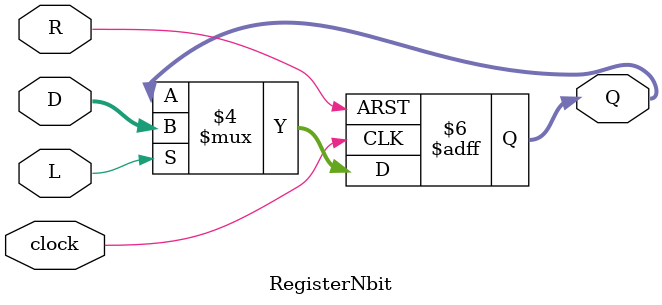
<source format=v>
module RegisterNbit(Q, D, L, R, clock);
	parameter N = 64;
	output reg [N-1:0]Q; // registered output
	input [N-1:0]D; // data input
	input L; // load
	input R; // positive edge reset
	input clock;
	
	always @(posedge clock or negedge R) begin
		if(~R)
			Q <= 0;
		else if(L)
			Q <= D;
		else
			Q <= Q;
	end
endmodule


</source>
